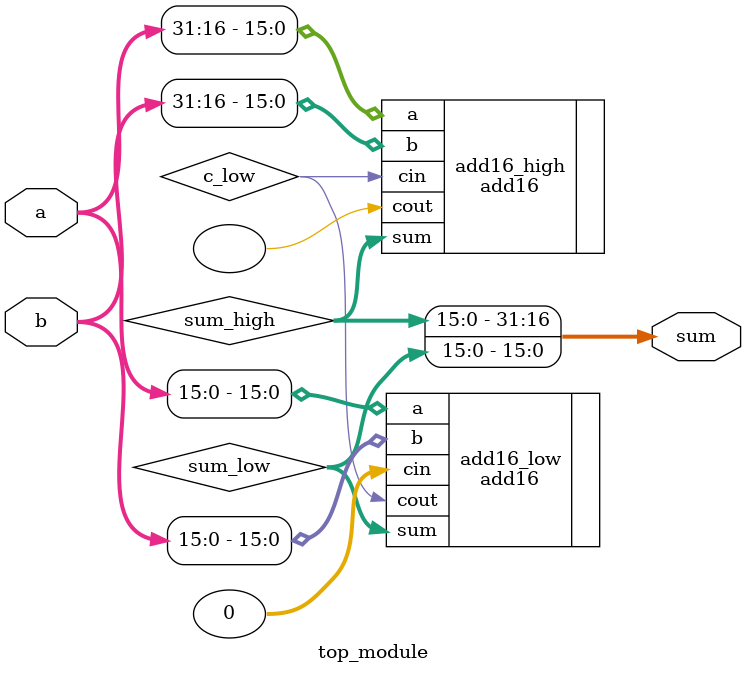
<source format=v>
module top_module(
    input [31:0] a,
    input [31:0] b,
    output [31:0] sum
);
    wire [15:0] sum_high;
    wire [15:0] sum_low;
    wire c_low;
    
    add16 add16_low(
        .a(a[15:0]), 
        .b(b[15:0]),
        .cin(0),
        .sum(sum_low),
        .cout(c_low)
    );
    add16 add16_high(
        .a(a[31:16]),
        .b(b[31:16]),
        .cin(c_low),
        .sum(sum_high),
        .cout()
    );

    assign sum = {sum_high, sum_low};

endmodule

</source>
